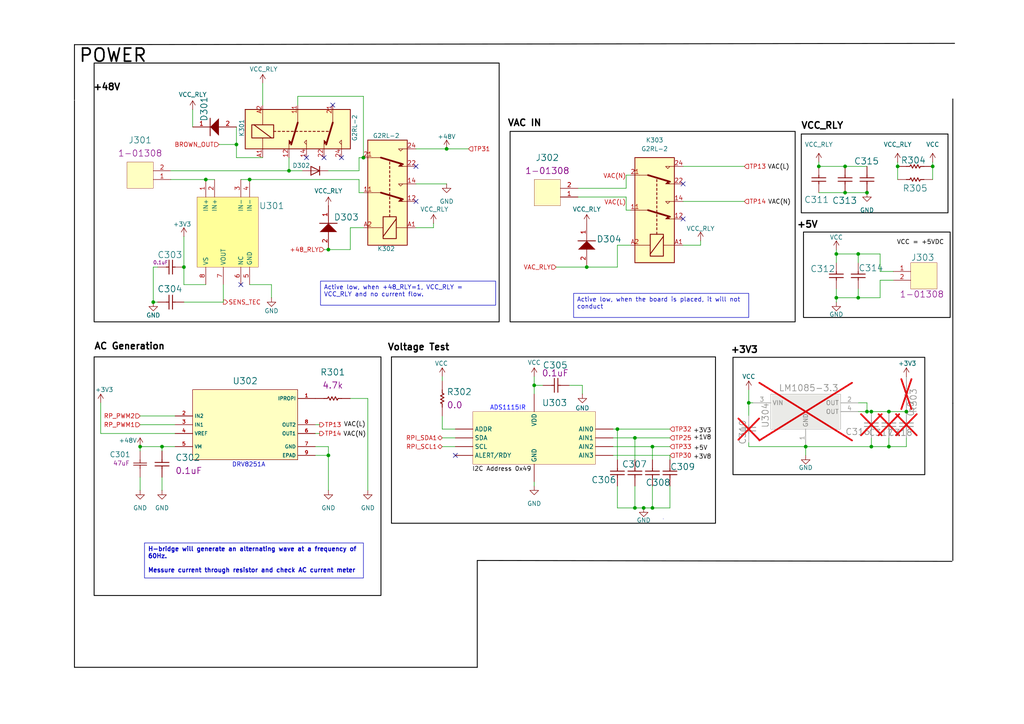
<source format=kicad_sch>
(kicad_sch (version 20250114) (generator "eeschema") (generator_version "9.0")
  (paper "A4")
  (title_block (title "EM3 Fixture") (date "2025-08-14") (rev "V0.1") (company "Exact Technology") (comment 2 "Reviewed By :") (comment 3 "Approved By : ") (comment 4 "Designed By : Filip Birger"))
  (rectangle (start 232.41 38.862) (end 274.955 61.722) (stroke (width 0.254) (color 0 0 0 1)))
  (rectangle (start 233.045 67.31) (end 275.59 92.075) (stroke (width 0.254) (color 0 0 0 1)))
  (rectangle (start 147.955 38.1) (end 230.632 93.345) (stroke (width 0.254) (color 0 0 0 1)))
  (rectangle (start 192.405 150.495) (end 192.405 150.495))
  (rectangle (start 27.305 18.288) (end 144.78 93.345) (stroke (width 0.254) (color 0 0 0 1)))
  (rectangle (start 113.538 103.505) (end 207.518 151.765) (stroke (width 0.254) (color 0 0 0 1)))
  (rectangle (start 212.598 103.632) (end 268.224 137.668) (stroke (width 0.254) (color 0 0 0 1)))
  (rectangle (start 27.305 103.505) (end 110.49 172.72) (stroke (width 0.254) (color 0 0 0 1)))
  (text "VCC = +5VDC\n" (at 266.954 70.358 0) (effects (font (size 1.27 1.27) (thickness 0.1588))))
  (text "VAC IN\n" (at 152.146 35.814 0) (effects (font (size 1.905 1.905) (thickness 0.381) (bold yes))))
  (text "VAC(N)\n" (at 226.06 58.674 0) (effects (font (size 1.27 1.27) (thickness 0.1588))))
  (text "AC Generation\n" (at 37.592 100.584 0) (effects (font (size 1.905 1.905) (thickness 0.381) (bold yes))))
  (text " +1V8 " (at 203.708 127 0) (effects (font (size 1.27 1.27))))
  (text "VCC_RLY" (at 238.506 36.576 0) (effects (font (size 1.905 1.905) (thickness 0.381) (bold yes))))
  (text "Voltage Test\n" (at 121.412 100.838 0) (effects (font (size 1.905 1.905) (thickness 0.381) (bold yes))))
  (text "VAC(N)\n" (at 102.87 125.984 0) (effects (font (size 1.27 1.27) (thickness 0.1588))))
  (text "VAC(L)\n" (at 225.806 48.514 0) (effects (font (size 1.27 1.27) (thickness 0.1588))))
  (text "POWER" (at 32.766 16.256 0) (effects (font (size 3.81 3.81) (thickness 0.4763))))
  (text "+5V\n" (at 203.2 130.048 0) (effects (font (size 1.27 1.27))))
  (text "+3V3" (at 215.9 101.6 0) (effects (font (size 1.905 1.905) (thickness 0.381) (bold yes))))
  (text "VAC(L)\n" (at 102.87 123.19 0) (effects (font (size 1.27 1.27) (thickness 0.1588))))
  (text "+5V" (at 234.188 65.278 0) (effects (font (size 1.905 1.905) (thickness 0.381) (bold yes))))
  (text "DRV8251A" (at 72.136 134.874 0) (effects (font (size 1.27 1.27))))
  (text "ADS1115IR" (at 147.32 118.364 0) (effects (font (size 1.27 1.27))))
  (text "+3V3\n" (at 203.708 124.968 0) (effects (font (size 1.27 1.27))))
  (text "+48V\n" (at 30.988 25.4 0) (effects (font (size 1.905 1.905) (thickness 0.381) (bold yes))))
  (text "+3V8\n" (at 203.708 132.588 0) (effects (font (size 1.27 1.27))))
  (text "I2C Address 0x49\n" (at 145.542 136.144 0) (effects (font (size 1.27 1.27))))
  (text_box "H-bridge will generate an alternating wave at a frequency of 60Hz. \n\nMessure current through resistor and check AC current meter\n\n\n\n" (at 41.91 157.48 0) (size 63.5 10.16) (margins 0.9525 0.9525 0.9525 0.9525) (effects (font (size 1.27 1.27) (thickness 0.254) (bold yes)) (justify left top)))
  (text_box "Active low, when +48_RLY=1, VCC_RLY = VCC_RLY and no current flow.\n" (at 92.964 81.534 0) (size 50.8 6.985) (margins 0.9525 0.9525 0.9525 0.9525) (effects (font (size 1.27 1.27)) (justify left top)))
  (text_box "Active low, when the board is placed, it will not conduct \n" (at 166.37 85.09 0) (size 50.8 6.985) (margins 0.9525 0.9525 0.9525 0.9525) (effects (font (size 1.27 1.27)) (justify left top)))
  (junction (at 46.99 129.54))
  (junction (at 189.23 129.54))
  (junction (at 262.89 119.38))
  (junction (at 129.54 43.18))
  (junction (at 217.17 116.84))
  (junction (at 68.58 41.91))
  (junction (at 242.57 73.66))
  (junction (at 105.41 45.72))
  (junction (at 237.49 48.26))
  (junction (at 59.69 52.07))
  (junction (at 83.82 49.53))
  (junction (at 260.35 48.26))
  (junction (at 233.68 129.54))
  (junction (at 154.94 111.76))
  (junction (at 252.73 119.38))
  (junction (at 72.39 52.07))
  (junction (at 40.64 129.54))
  (junction (at 245.11 55.88))
  (junction (at 251.46 55.88))
  (junction (at 245.11 48.26))
  (junction (at 95.25 132.08))
  (junction (at 248.92 86.36))
  (junction (at 184.15 127))
  (junction (at 252.73 129.54))
  (junction (at 44.45 87.63))
  (junction (at 248.92 73.66))
  (junction (at 257.81 129.54))
  (junction (at 95.25 72.39))
  (junction (at 270.51 48.26))
  (junction (at 170.18 77.47))
  (junction (at 189.23 147.32))
  (junction (at 251.46 119.38))
  (junction (at 53.34 77.47))
  (junction (at 179.07 124.46))
  (junction (at 242.57 86.36))
  (junction (at 186.69 147.32))
  (junction (at 184.15 147.32))
  (junction (at 257.81 119.38))
  (no_connect (at 120.65 48.26))
  (no_connect (at 93.98 45.72))
  (no_connect (at 132.08 132.08))
  (no_connect (at 96.52 30.48))
  (no_connect (at 120.65 58.42))
  (no_connect (at 99.06 45.72))
  (no_connect (at 88.9 45.72))
  (no_connect (at 69.85 82.55))
  (no_connect (at 198.12 63.5))
  (no_connect (at 198.12 53.34))
  (wire (pts (xy 255.27 81.28) (xy 259.08 81.28)))
  (wire (pts (xy 189.23 129.54) (xy 194.31 129.54)))
  (wire (pts (xy 128.27 127) (xy 132.08 127)))
  (wire (pts (xy 83.82 49.53) (xy 87.63 49.53)))
  (polyline (pts (xy 138.43 162.56) (xy 276.098 162.814)) (stroke (width 0.254) (color 0 0 0 1)))
  (wire (pts (xy 72.39 52.07) (xy 104.14 52.07)))
  (wire (pts (xy 179.07 147.32) (xy 179.07 140.97)))
  (wire (pts (xy 106.68 115.57) (xy 106.68 142.24)))
  (wire (pts (xy 179.07 147.32) (xy 184.15 147.32)))
  (wire (pts (xy 251.46 119.38) (xy 252.73 119.38)))
  (wire (pts (xy 76.2 24.13) (xy 76.2 30.48)))
  (wire (pts (xy 252.73 129.54) (xy 252.73 127)))
  (polyline (pts (xy 21.59 29.21) (xy 21.59 193.548)) (stroke (width 0.254) (color 0 0 0 1)))
  (wire (pts (xy 251.46 55.88) (xy 245.11 55.88)))
  (wire (pts (xy 63.5 41.91) (xy 68.58 41.91)))
  (wire (pts (xy 83.82 45.72) (xy 83.82 49.53)))
  (wire (pts (xy 154.94 139.7) (xy 154.94 140.97)))
  (wire (pts (xy 49.53 49.53) (xy 83.82 49.53)))
  (wire (pts (xy 198.12 71.12) (xy 203.2 71.12)))
  (wire (pts (xy 179.07 124.46) (xy 194.31 124.46)))
  (wire (pts (xy 217.17 129.54) (xy 233.68 129.54)))
  (polyline (pts (xy 21.59 12.954) (xy 276.86 12.573)) (stroke (width 0.254) (color 0 0 0 1)))
  (wire (pts (xy 248.92 119.38) (xy 251.46 119.38)))
  (wire (pts (xy 128.27 109.22) (xy 128.27 110.49)))
  (wire (pts (xy 255.27 73.66) (xy 255.27 78.74)))
  (wire (pts (xy 179.07 77.47) (xy 179.07 71.12)))
  (wire (pts (xy 40.64 120.65) (xy 50.8 120.65)))
  (wire (pts (xy 194.31 147.32) (xy 189.23 147.32)))
  (wire (pts (xy 86.36 27.94) (xy 105.41 27.94)))
  (wire (pts (xy 233.68 129.54) (xy 233.68 132.08)))
  (wire (pts (xy 29.21 125.73) (xy 50.8 125.73)))
  (wire (pts (xy 186.69 147.32) (xy 189.23 147.32)))
  (wire (pts (xy 184.15 127) (xy 184.15 133.35)))
  (wire (pts (xy 189.23 129.54) (xy 189.23 133.35)))
  (wire (pts (xy 262.89 129.54) (xy 262.89 127)))
  (wire (pts (xy 248.92 86.36) (xy 255.27 86.36)))
  (wire (pts (xy 217.17 113.03) (xy 217.17 116.84)))
  (polyline (pts (xy 21.59 193.548) (xy 138.43 193.548)) (stroke (width 0.254) (color 0 0 0 1)))
  (wire (pts (xy 40.64 123.19) (xy 50.8 123.19)))
  (wire (pts (xy 248.92 86.36) (xy 242.57 86.36)))
  (polyline (pts (xy 21.59 12.954) (xy 21.59 28.956)) (stroke (width 0.254) (color 0 0 0 1)))
  (wire (pts (xy 45.72 87.63) (xy 44.45 87.63)))
  (wire (pts (xy 255.27 86.36) (xy 255.27 81.28)))
  (wire (pts (xy 184.15 127) (xy 194.31 127)))
  (wire (pts (xy 72.39 82.55) (xy 78.74 82.55)))
  (wire (pts (xy 101.6 115.57) (xy 106.68 115.57)))
  (wire (pts (xy 233.68 129.54) (xy 252.73 129.54)))
  (wire (pts (xy 69.85 52.07) (xy 72.39 52.07)))
  (wire (pts (xy 168.91 111.76) (xy 168.91 114.3)))
  (wire (pts (xy 184.15 140.97) (xy 184.15 147.32)))
  (wire (pts (xy 270.51 46.99) (xy 270.51 48.26)))
  (wire (pts (xy 194.31 147.32) (xy 194.31 140.97)))
  (wire (pts (xy 46.99 129.54) (xy 46.99 130.81)))
  (wire (pts (xy 95.25 129.54) (xy 95.25 132.08)))
  (wire (pts (xy 46.99 138.43) (xy 46.99 142.24)))
  (wire (pts (xy 46.99 129.54) (xy 50.8 129.54)))
  (wire (pts (xy 165.1 111.76) (xy 168.91 111.76)))
  (wire (pts (xy 101.6 66.04) (xy 105.41 66.04)))
  (wire (pts (xy 125.73 64.77) (xy 125.73 66.04)))
  (wire (pts (xy 248.92 83.82) (xy 248.92 86.36)))
  (wire (pts (xy 179.07 71.12) (xy 182.88 71.12)))
  (wire (pts (xy 270.51 48.26) (xy 270.51 52.07)))
  (wire (pts (xy 64.77 82.55) (xy 64.77 87.63)))
  (wire (pts (xy 181.61 57.15) (xy 181.61 60.96)))
  (wire (pts (xy 86.36 27.94) (xy 86.36 30.48)))
  (wire (pts (xy 251.46 119.38) (xy 251.46 116.84)))
  (wire (pts (xy 154.94 109.22) (xy 154.94 111.76)))
  (wire (pts (xy 154.94 111.76) (xy 157.48 111.76)))
  (wire (pts (xy 91.44 132.08) (xy 95.25 132.08)))
  (wire (pts (xy 161.29 77.47) (xy 170.18 77.47)))
  (wire (pts (xy 251.46 116.84) (xy 248.92 116.84)))
  (wire (pts (xy 181.61 60.96) (xy 182.88 60.96)))
  (wire (pts (xy 198.12 48.26) (xy 215.9 48.26)))
  (wire (pts (xy 177.8 127) (xy 184.15 127)))
  (wire (pts (xy 194.31 132.08) (xy 194.31 133.35)))
  (wire (pts (xy 78.74 82.55) (xy 78.74 86.36)))
  (wire (pts (xy 128.27 129.54) (xy 132.08 129.54)))
  (wire (pts (xy 68.58 45.72) (xy 68.58 41.91)))
  (wire (pts (xy 104.14 45.72) (xy 104.14 49.53)))
  (wire (pts (xy 242.57 87.63) (xy 242.57 86.36)))
  (wire (pts (xy 53.34 68.58) (xy 53.34 77.47)))
  (wire (pts (xy 91.44 125.73) (xy 92.71 125.73)))
  (wire (pts (xy 128.27 124.46) (xy 132.08 124.46)))
  (wire (pts (xy 44.45 77.47) (xy 45.72 77.47)))
  (wire (pts (xy 91.44 129.54) (xy 95.25 129.54)))
  (wire (pts (xy 248.92 73.66) (xy 255.27 73.66)))
  (wire (pts (xy 40.64 129.54) (xy 40.64 130.81)))
  (wire (pts (xy 237.49 48.26) (xy 245.11 48.26)))
  (wire (pts (xy 177.8 132.08) (xy 194.31 132.08)))
  (wire (pts (xy 257.81 129.54) (xy 252.73 129.54)))
  (wire (pts (xy 40.64 138.43) (xy 40.64 142.24)))
  (wire (pts (xy 242.57 73.66) (xy 248.92 73.66)))
  (wire (pts (xy 95.25 72.39) (xy 101.6 72.39)))
  (wire (pts (xy 257.81 119.38) (xy 262.89 119.38)))
  (wire (pts (xy 217.17 128.27) (xy 217.17 129.54)))
  (wire (pts (xy 181.61 50.8) (xy 181.61 54.61)))
  (wire (pts (xy 182.88 50.8) (xy 181.61 50.8)))
  (wire (pts (xy 170.18 77.47) (xy 179.07 77.47)))
  (wire (pts (xy 184.15 147.32) (xy 186.69 147.32)))
  (wire (pts (xy 179.07 124.46) (xy 179.07 133.35)))
  (wire (pts (xy 104.14 52.07) (xy 104.14 55.88)))
  (wire (pts (xy 49.53 52.07) (xy 59.69 52.07)))
  (wire (pts (xy 198.12 58.42) (xy 215.9 58.42)))
  (wire (pts (xy 105.41 45.72) (xy 104.14 45.72)))
  (wire (pts (xy 181.61 54.61) (xy 167.64 54.61)))
  (wire (pts (xy 64.77 87.63) (xy 53.34 87.63)))
  (wire (pts (xy 245.11 55.88) (xy 237.49 55.88)))
  (polyline (pts (xy 276.352 116.967) (xy 276.352 162.56)) (stroke (width 0.254) (color 0 0 0 1)))
  (polyline (pts (xy 138.43 193.548) (xy 138.43 162.56)) (stroke (width 0.254) (color 0 0 0 1)))
  (wire (pts (xy 68.58 36.83) (xy 68.58 41.91)))
  (wire (pts (xy 93.98 72.39) (xy 95.25 72.39)))
  (wire (pts (xy 237.49 46.99) (xy 237.49 48.26)))
  (wire (pts (xy 53.34 82.55) (xy 59.69 82.55)))
  (wire (pts (xy 217.17 116.84) (xy 218.44 116.84)))
  (wire (pts (xy 177.8 129.54) (xy 189.23 129.54)))
  (wire (pts (xy 91.44 123.19) (xy 92.71 123.19)))
  (wire (pts (xy 181.61 57.15) (xy 167.64 57.15)))
  (wire (pts (xy 248.92 76.2) (xy 248.92 73.66)))
  (wire (pts (xy 104.14 55.88) (xy 105.41 55.88)))
  (wire (pts (xy 59.69 52.07) (xy 62.23 52.07)))
  (wire (pts (xy 120.65 66.04) (xy 125.73 66.04)))
  (wire (pts (xy 257.81 129.54) (xy 257.81 127)))
  (wire (pts (xy 120.65 53.34) (xy 129.54 53.34)))
  (wire (pts (xy 29.21 116.84) (xy 29.21 125.73)))
  (wire (pts (xy 217.17 116.84) (xy 217.17 120.65)))
  (wire (pts (xy 242.57 72.39) (xy 242.57 73.66)))
  (wire (pts (xy 101.6 72.39) (xy 101.6 66.04)))
  (wire (pts (xy 53.34 77.47) (xy 53.34 82.55)))
  (wire (pts (xy 120.65 43.18) (xy 129.54 43.18)))
  (wire (pts (xy 242.57 83.82) (xy 242.57 86.36)))
  (wire (pts (xy 40.64 129.54) (xy 46.99 129.54)))
  (wire (pts (xy 128.27 120.65) (xy 128.27 124.46)))
  (wire (pts (xy 154.94 114.3) (xy 154.94 111.76)))
  (wire (pts (xy 260.35 46.99) (xy 260.35 48.26)))
  (wire (pts (xy 55.88 31.75) (xy 55.88 36.83)))
  (wire (pts (xy 95.25 49.53) (xy 104.14 49.53)))
  (wire (pts (xy 260.35 48.26) (xy 260.35 52.07)))
  (wire (pts (xy 95.25 132.08) (xy 95.25 142.24)))
  (wire (pts (xy 262.89 129.54) (xy 257.81 129.54)))
  (wire (pts (xy 242.57 73.66) (xy 242.57 76.2)))
  (wire (pts (xy 203.2 69.85) (xy 203.2 71.12)))
  (wire (pts (xy 189.23 147.32) (xy 189.23 140.97)))
  (wire (pts (xy 177.8 124.46) (xy 179.07 124.46)))
  (wire (pts (xy 255.27 78.74) (xy 259.08 78.74)))
  (wire (pts (xy 68.58 45.72) (xy 76.2 45.72)))
  (wire (pts (xy 245.11 48.26) (xy 251.46 48.26)))
  (wire (pts (xy 129.54 43.18) (xy 135.89 43.18)))
  (wire (pts (xy 252.73 119.38) (xy 257.81 119.38)))
  (polyline (pts (xy 276.352 116.967) (xy 276.352 28.702)) (stroke (width 0.254) (color 0 0 0 1)))
  (wire (pts (xy 44.45 77.47) (xy 44.45 87.63)))
  (wire (pts (xy 105.41 27.94) (xy 105.41 45.72)))
  (label "VAC(N)" (at 181.61 52.07 180))
  (label "VAC(L)" (at 181.61 59.69 180))
  (hierarchical_label "RPI_SCL1" (shape bidirectional) (at 128.27 129.54 180))
  (hierarchical_label "TP33" (shape input) (at 194.31 129.54 0))
  (hierarchical_label "TP14" (shape output) (at 92.71 125.73 0) (effects (font (thickness 0.1588))))
  (hierarchical_label "+48_RLY" (shape input) (at 93.98 72.39 180))
  (hierarchical_label "VAC_RLY" (shape input) (at 161.29 77.47 180))
  (hierarchical_label "TP13" (shape output) (at 92.71 123.19 0) (effects (font (thickness 0.1588))))
  (hierarchical_label "RP_PWM1" (shape input) (at 40.64 123.19 180) (effects (font (thickness 0.1588))))
  (hierarchical_label "TP30" (shape input) (at 194.31 132.08 0))
  (hierarchical_label "SENS_TEC" (shape output) (at 64.77 87.63 0))
  (hierarchical_label "RPI_SDA1" (shape bidirectional) (at 128.27 127 180))
  (hierarchical_label "TP32" (shape input) (at 194.31 124.46 0))
  (hierarchical_label "TP31" (shape input) (at 135.89 43.18 0))
  (hierarchical_label "TP25" (shape input) (at 194.31 127 0))
  (hierarchical_label "BROWN_OUT" (shape input) (at 63.5 41.91 180))
  (hierarchical_label "RP_PWM2" (shape input) (at 40.64 120.65 180) (effects (font (thickness 0.1588))))
  (hierarchical_label "TP13" (shape input) (at 215.9 48.26 0))
  (hierarchical_label "TP14" (shape input) (at 215.9 58.42 0))
  (symbol (lib_id "EXACT_RES:1-00015") (at 265.43 52.07 0) (unit 1)
    (property "Reference" "R305" (at 265.43 54.61 0) (effects (font (size 1.8288 1.8288))))
    (property "Value" "${VALUE}" (effects (hide yes)))
    (property "Footprint" "RES:RES_0603" (effects (hide yes)))
    (property "Description" "RES 0 OHM JUMPER 1/10W 0603" (effects (hide yes)))
    (property "Vendor" "Digi-Key" (effects (hide yes)))
    (property "Vendor Part Number" "311-0.0HRCT-ND" (effects (hide yes)))
    (property "Manufacturer" "Yageo" (effects (hide yes)))
    (property "Manufacturer Part Number" "RC0603FR-070RL" (effects (hide yes)))
    (property "ALTIUM_VALUE" "0.0" (effects (hide yes)))
    (property "Tolerance" "1%" (effects (hide yes)))
    (property "EXACT Part Number" "1-00015" (effects (hide yes)))
    (property "Package" "0603" (effects (hide yes)))
  )
  (symbol (lib_id "EXACT_CAP:1-00004") (at 189.23 137.16 90) (unit 1)
    (property "Reference" "C308" (at 187.198 139.954 90) (effects (font (size 1.8288 1.8288)) (justify right)))
    (property "Value" "${VALUE}" (effects (hide yes)))
    (property "Footprint" "CAP:CAP_0603" (effects (hide yes)))
    (property "Description" "CAP CER 0.1UF 50V X7R 0603" (effects (hide yes)))
    (property "Vendor" "Digi-Key" (effects (hide yes)))
    (property "Vendor Part Number" "478-5778-1-ND" (effects (hide yes)))
    (property "Manufacturer" "AVX Corporation" (effects (hide yes)))
    (property "Manufacturer Part Number" "06035C104JAT2A" (effects (hide yes)))
    (property "ALTIUM_VALUE" "0.1uF" (effects (hide yes)))
    (property "EXACT Part Number" "1-00004" (effects (hide yes)))
    (property "Package" "0603" (effects (hide yes)))
    (property "Voltage" "50V" (effects (hide yes)))
    (property "Dielectric" "X7R" (effects (hide yes)))
  )
  (symbol (lib_id "power:VCC") (at 217.17 113.03 0) (unit 1)
    (property "Reference" "#PWR0324" (effects (hide yes)))
    (property "Value" "VCC" (at 217.17 109.22 0))
    (property "Description" "Power symbol creates a global label with name \"VCC\"" (effects (hide yes)))
  )
  (symbol (lib_id "EXACT_RES:1-00015") (at 262.89 114.3 90) (unit 1) (dnp yes)
    (property "Reference" "R303" (at 264.922 112.522 0) (effects (font (size 1.8288 1.8288)) (justify right)))
    (property "Value" "${VALUE}" (effects (hide yes)))
    (property "Footprint" "RES:RES_0603" (effects (hide yes)))
    (property "Description" "RES 0 OHM JUMPER 1/10W 0603" (effects (hide yes)))
    (property "Vendor" "Digi-Key" (effects (hide yes)))
    (property "Vendor Part Number" "311-0.0HRCT-ND" (effects (hide yes)))
    (property "Manufacturer" "Yageo" (effects (hide yes)))
    (property "Manufacturer Part Number" "RC0603FR-070RL" (effects (hide yes)))
    (property "ALTIUM_VALUE" "0.0" (at 264.16 116.2049 0) (effects (font (size 1.8288 1.8288)) (justify right)))
    (property "Tolerance" "1%" (effects (hide yes)))
    (property "EXACT Part Number" "1-00015" (effects (hide yes)))
    (property "Package" "0603" (effects (hide yes)))
  )
  (symbol (lib_id "EXACT_CAP:1-01217") (at 245.11 52.07 90) (unit 1)
    (property "Reference" "C313" (at 241.3 58.166 90) (effects (font (size 1.8288 1.8288)) (justify right)))
    (property "Value" "${VALUE}" (effects (hide yes)))
    (property "Footprint" "CAP:CAP_0603" (effects (hide yes)))
    (property "Description" "CAP CER 2.2UF 10V X7R 0603" (effects (hide yes)))
    (property "Vendor" "Digi-Key" (effects (hide yes)))
    (property "Vendor Part Number" "1276-1134-1-ND" (effects (hide yes)))
    (property "Manufacturer" "Samsung Electro-Mechanics" (effects (hide yes)))
    (property "Manufacturer Part Number" "CL10B225KP8NNNC" (effects (hide yes)))
    (property "ALTIUM_VALUE" "2.2uF" (effects (hide yes)))
    (property "EXACT Part Number" "1-01217" (effects (hide yes)))
    (property "Package" "0603" (effects (hide yes)))
    (property "Voltage" "10V" (effects (hide yes)))
    (property "Dielectric" "X7R" (effects (hide yes)))
  )
  (symbol (lib_id "EXACT_CAP:1-00005") (at 217.17 124.46 270) (unit 1) (dnp yes)
    (property "Reference" "C310" (at 215.392 129.032 0) (effects (font (size 1.8288 1.8288)) (justify right)))
    (property "Value" "${VALUE}" (effects (hide yes)))
    (property "Footprint" "CAP:CAP_1206" (effects (hide yes)))
    (property "Description" "CAP CER 10UF 25V X5R 1206" (effects (hide yes)))
    (property "Vendor" "Digi-Key" (effects (hide yes)))
    (property "Vendor Part Number" "1276-1075-1-ND" (effects (hide yes)))
    (property "Manufacturer" "Samsung Electro-Mechanics" (effects (hide yes)))
    (property "Manufacturer Part Number" "CL31A106KAHNNNE" (effects (hide yes)))
    (property "ALTIUM_VALUE" "10uF" (effects (hide yes)))
    (property "EXACT Part Number" "1-00005" (effects (hide yes)))
    (property "Package" "1206" (effects (hide yes)))
    (property "Voltage" "25V" (effects (hide yes)))
    (property "Dielectric" "X5R" (effects (hide yes)))
  )
  (symbol (lib_id "EXACT_CAP:1-00029") (at 262.89 123.19 90) (unit 1) (dnp yes)
    (property "Reference" "C318" (at 261.112 125.476 90) (effects (font (size 1.8288 1.8288))))
    (property "Value" "${VALUE}" (effects (hide yes)))
    (property "Footprint" "CAP:CAP_1206" (effects (hide yes)))
    (property "Description" "CAP CER 100UF 6.3V X5R 1206" (effects (hide yes)))
    (property "Vendor" "Digi-Key" (effects (hide yes)))
    (property "Vendor Part Number" "490-4539-1-ND" (effects (hide yes)))
    (property "Manufacturer" "Murata Electronics North America" (effects (hide yes)))
    (property "Manufacturer Part Number" "GRM31CR60J107ME39L" (effects (hide yes)))
    (property "ALTIUM_VALUE" "100uF" (effects (hide yes)))
    (property "EXACT Part Number" "1-00029" (effects (hide yes)))
    (property "Package" "1206" (effects (hide yes)))
    (property "Voltage" "6.3V" (effects (hide yes)))
    (property "Dielectric" "X5R" (effects (hide yes)))
  )
  (symbol (lib_id "power:GND") (at 95.25 142.24 0) (unit 1)
    (property "Reference" "#PWR0311" (effects (hide yes)))
    (property "Value" "GND" (at 95.25 147.32 0))
    (property "Description" "Power symbol creates a global label with name \"GND\" , ground" (effects (hide yes)))
  )
  (symbol (lib_id "power:VCC") (at 242.57 72.39 0) (unit 1)
    (property "Reference" "#PWR0327" (effects (hide yes)))
    (property "Value" "VCC" (at 242.57 68.834 0))
    (property "Description" "Power symbol creates a global label with name \"VCC\"" (effects (hide yes)))
  )
  (symbol (lib_id "power:+1V0") (at 125.73 64.77 0) (mirror y) (unit 1)
    (property "Reference" "#PWR0313" (effects (hide yes)))
    (property "Value" "VCC_RLY" (at 125.984 60.706 0))
    (property "Description" "Power symbol creates a global label with name \"+1V0\"" (effects (hide yes)))
  )
  (symbol (lib_id "EXACT_DIO:1-00527") (at 170.18 69.85 270) (mirror x) (unit 1)
    (property "Reference" "D304" (at 172.974 69.342 90) (effects (font (size 1.8288 1.8288)) (justify left)))
    (property "Value" "${VALUE}" (effects (hide yes)))
    (property "Footprint" "DIO:SOD323" (effects (hide yes)))
    (property "Description" "DIODE GEN PURP 75V 150MA SOD323" (effects (hide yes)))
    (property "Manufacturer" "Micro Commercial Co" (effects (hide yes)))
    (property "Manufacturer Part Number" "1N4148WX-TP" (effects (hide yes)))
    (property "Vendor" "Digi-Key" (effects (hide yes)))
    (property "Vendor Part Number" "1N4148WX-TP" (effects (hide yes)))
    (property "Package" "SOD323" (effects (hide yes)))
    (property "ALTIUM_VALUE" "1N4148WX-TP" (effects (hide yes)))
    (property "Current" "150mA" (effects (hide yes)))
    (property "EXACT Part Number" "1-00527" (effects (hide yes)))
    (property "Voltage" "75V" (effects (hide yes)))
  )
  (symbol (lib_id "power:+1V0") (at 203.2 69.85 0) (mirror y) (unit 1)
    (property "Reference" "#PWR0322" (effects (hide yes)))
    (property "Value" "VCC_RLY" (at 203.2 66.294 0))
    (property "Description" "Power symbol creates a global label with name \"+1V0\"" (effects (hide yes)))
  )
  (symbol (lib_id "EXACT_CAP:1-00004") (at 237.49 52.07 270) (unit 1)
    (property "Reference" "C311" (at 233.172 57.912 90) (effects (font (size 1.8288 1.8288)) (justify left)))
    (property "Value" "${VALUE}" (effects (hide yes)))
    (property "Footprint" "CAP:CAP_0603" (effects (hide yes)))
    (property "Description" "CAP CER 0.1UF 50V X7R 0603" (effects (hide yes)))
    (property "Vendor" "Digi-Key" (effects (hide yes)))
    (property "Vendor Part Number" "478-5778-1-ND" (effects (hide yes)))
    (property "Manufacturer" "AVX Corporation" (effects (hide yes)))
    (property "Manufacturer Part Number" "06035C104JAT2A" (effects (hide yes)))
    (property "ALTIUM_VALUE" "0.1uF" (effects (hide yes)))
    (property "EXACT Part Number" "1-00004" (effects (hide yes)))
    (property "Package" "0603" (effects (hide yes)))
    (property "Voltage" "50V" (effects (hide yes)))
    (property "Dielectric" "X7R" (effects (hide yes)))
  )
  (symbol (lib_id "power:+48V") (at 129.54 43.18 0) (unit 1)
    (property "Reference" "#PWR0315" (effects (hide yes)))
    (property "Value" "+48V" (at 129.54 39.624 0))
    (property "Description" "Power symbol creates a global label with name \"+48V\"" (effects (hide yes)))
  )
  (symbol (lib_id "power:VCC") (at 154.94 109.22 0) (unit 1)
    (property "Reference" "#PWR0317" (effects (hide yes)))
    (property "Value" "VCC" (at 154.94 105.156 0))
    (property "Description" "Power symbol creates a global label with name \"VCC\"" (effects (hide yes)))
  )
  (symbol (lib_id "EXACT_RES:1-00543") (at 96.52 115.57 0) (unit 1)
    (property "Reference" "R301" (at 96.52 107.95 0) (effects (font (size 1.8288 1.8288))))
    (property "Value" "${VALUE}" (effects (hide yes)))
    (property "Footprint" "RES:RES_0603" (effects (hide yes)))
    (property "Description" "RES 4.7K OHM 1% 1/10W 0603" (effects (hide yes)))
    (property "Vendor" "Digi-Key" (effects (hide yes)))
    (property "Vendor Part Number" "311-4.70KHRCT-ND" (effects (hide yes)))
    (property "Manufacturer" "Yageo" (effects (hide yes)))
    (property "Manufacturer Part Number" "RC0603FR-074K7L" (effects (hide yes)))
    (property "ALTIUM_VALUE" "4.7k" (at 96.52 111.76 0) (effects (font (size 1.8288 1.8288))))
    (property "Tolerance" "1%" (effects (hide yes)))
    (property "EXACT Part Number" "1-00543" (effects (hide yes)))
    (property "Package" "0603" (effects (hide yes)))
  )
  (symbol (lib_id "power:GND") (at 233.68 132.08 0) (unit 1)
    (property "Reference" "#PWR0325" (effects (hide yes)))
    (property "Value" "GND" (at 233.68 135.636 0))
    (property "Description" "Power symbol creates a global label with name \"GND\" , ground" (effects (hide yes)))
  )
  (symbol (lib_id "EXACT_CAP:1-00005") (at 248.92 80.01 90) (unit 1)
    (property "Reference" "C314" (at 248.92 77.724 90) (effects (font (size 1.8288 1.8288)) (justify right)))
    (property "Value" "${VALUE}" (effects (hide yes)))
    (property "Footprint" "CAP:CAP_1206" (effects (hide yes)))
    (property "Description" "CAP CER 10UF 25V X5R 1206" (effects (hide yes)))
    (property "Vendor" "Digi-Key" (effects (hide yes)))
    (property "Vendor Part Number" "1276-1075-1-ND" (effects (hide yes)))
    (property "Manufacturer" "Samsung Electro-Mechanics" (effects (hide yes)))
    (property "Manufacturer Part Number" "CL31A106KAHNNNE" (effects (hide yes)))
    (property "ALTIUM_VALUE" "10uF" (effects (hide yes)))
    (property "EXACT Part Number" "1-00005" (effects (hide yes)))
    (property "Package" "1206" (effects (hide yes)))
    (property "Voltage" "25V" (effects (hide yes)))
    (property "Dielectric" "X5R" (effects (hide yes)))
  )
  (symbol (lib_id "power:GND") (at 251.46 55.88 0) (unit 1)
    (property "Reference" "#PWR0329" (effects (hide yes)))
    (property "Value" "GND" (at 251.46 60.96 0))
    (property "Description" "Power symbol creates a global label with name \"GND\" , ground" (effects (hide yes)))
  )
  (symbol (lib_id "EXACT_CAP:1-00004") (at 161.29 111.76 0) (unit 1)
    (property "Reference" "C305" (at 161.036 105.918 0) (effects (font (size 1.8288 1.8288))))
    (property "Value" "${VALUE}" (effects (hide yes)))
    (property "Footprint" "CAP:CAP_0603" (effects (hide yes)))
    (property "Description" "CAP CER 0.1UF 50V X7R 0603" (effects (hide yes)))
    (property "Vendor" "Digi-Key" (effects (hide yes)))
    (property "Vendor Part Number" "478-5778-1-ND" (effects (hide yes)))
    (property "Manufacturer" "AVX Corporation" (effects (hide yes)))
    (property "Manufacturer Part Number" "06035C104JAT2A" (effects (hide yes)))
    (property "ALTIUM_VALUE" "0.1uF" (at 161.036 108.204 0) (effects (font (size 1.8288 1.8288))))
    (property "EXACT Part Number" "1-00004" (effects (hide yes)))
    (property "Package" "0603" (effects (hide yes)))
    (property "Voltage" "50V" (effects (hide yes)))
    (property "Dielectric" "X7R" (effects (hide yes)))
  )
  (symbol (lib_id "EXACT_DIO:1-00527") (at 60.96 36.83 0) (mirror y) (unit 1)
    (property "Reference" "D301" (at 59.182 35.306 90) (effects (font (size 1.8288 1.8288)) (justify left)))
    (property "Value" "${VALUE}" (effects (hide yes)))
    (property "Footprint" "DIO:SOD323" (effects (hide yes)))
    (property "Description" "DIODE GEN PURP 75V 150MA SOD323" (effects (hide yes)))
    (property "Manufacturer" "Micro Commercial Co" (effects (hide yes)))
    (property "Manufacturer Part Number" "1N4148WX-TP" (effects (hide yes)))
    (property "Vendor" "Digi-Key" (effects (hide yes)))
    (property "Vendor Part Number" "1N4148WX-TP" (effects (hide yes)))
    (property "Package" "SOD323" (effects (hide yes)))
    (property "ALTIUM_VALUE" "1N4148WX-TP" (effects (hide yes)))
    (property "Current" "150mA" (effects (hide yes)))
    (property "EXACT Part Number" "1-00527" (effects (hide yes)))
    (property "Voltage" "75V" (effects (hide yes)))
  )
  (symbol (lib_id "EXACT_CONN:1-01308") (at 44.45 52.07 180) (unit 1)
    (property "Reference" "J301" (at 40.64 40.64 0) (effects (font (size 1.8288 1.8288))))
    (property "Value" "DME-03" (effects (hide yes)))
    (property "Footprint" "CONN:B02P-VL" (effects (hide yes)))
    (property "Description" "CONN HEADER VERT 2POS 6.2MM" (effects (hide yes)))
    (property "ALTIUM_VALUE" "*" (effects (hide yes)))
    (property "EXACT Part Number" "1-01308" (at 40.64 44.45 0) (effects (font (size 1.8288 1.8288))))
    (property "Manufacturer" "JST Sales America Inc." (effects (hide yes)))
    (property "Manufacturer Part Number" "B02P-VL" (effects (hide yes)))
    (property "Package" "*" (effects (hide yes)))
    (property "Vendor" "Digi-key" (effects (hide yes)))
    (property "Vendor Part Number" "455-2361-ND" (effects (hide yes)))
  )
  (symbol (lib_id "power:VCC") (at 270.51 46.99 0) (unit 1)
    (property "Reference" "#PWR0332" (effects (hide yes)))
    (property "Value" "VCC" (at 270.51 41.91 0))
    (property "Description" "Power symbol creates a global label with name \"VCC\"" (effects (hide yes)))
  )
  (symbol (lib_id "power:+48V") (at 40.64 129.54 0) (unit 1)
    (property "Reference" "#PWR0302" (effects (hide yes)))
    (property "Value" "+48V" (at 37.084 127.762 0))
    (property "Description" "Power symbol creates a global label with name \"+48V\"" (effects (hide yes)))
  )
  (symbol (lib_id "power:GND") (at 46.99 142.24 0) (unit 1)
    (property "Reference" "#PWR0305" (effects (hide yes)))
    (property "Value" "GND" (at 46.99 147.32 0))
    (property "Description" "Power symbol creates a global label with name \"GND\" , ground" (effects (hide yes)))
  )
  (symbol (lib_id "Relay:G2RL-2") (at 185.42 55.88 0) (mirror x) (unit 1)
    (property "Reference" "K303" (at 189.865 40.64 0))
    (property "Value" "G2RL-2" (at 189.865 43.18 0))
    (property "Footprint" "Relay_THT:Relay_DPDT_Omron_G2RL-2" (effects (hide yes)))
    (property "Datasheet" "https://omronfs.omron.com/en_US/ecb/products/pdf/en-g2rl.pdf" (effects (hide yes)))
    (property "Description" "General Purpose Low Profile Relay DPDT Through Hole, Omron G2RL series, 8A 250VAC" (effects (hide yes)))
  )
  (symbol (lib_id "power:VCC") (at 237.49 46.99 0) (unit 1)
    (property "Reference" "#PWR0326" (effects (hide yes)))
    (property "Value" "VCC_RLY" (at 237.49 41.91 0))
    (property "Description" "Power symbol creates a global label with name \"VCC\"" (effects (hide yes)))
  )
  (symbol (lib_id "EXACT_CONN:1-01308") (at 162.56 57.15 180) (unit 1)
    (property "Reference" "J302" (at 158.75 45.72 0) (effects (font (size 1.8288 1.8288))))
    (property "Value" "DME-03" (effects (hide yes)))
    (property "Footprint" "CONN:B02P-VL" (effects (hide yes)))
    (property "Description" "CONN HEADER VERT 2POS 6.2MM" (effects (hide yes)))
    (property "ALTIUM_VALUE" "*" (effects (hide yes)))
    (property "EXACT Part Number" "1-01308" (at 158.75 49.53 0) (effects (font (size 1.8288 1.8288))))
    (property "Manufacturer" "JST Sales America Inc." (effects (hide yes)))
    (property "Manufacturer Part Number" "B02P-VL" (effects (hide yes)))
    (property "Package" "*" (effects (hide yes)))
    (property "Vendor" "Digi-key" (effects (hide yes)))
    (property "Vendor Part Number" "455-2361-ND" (effects (hide yes)))
  )
  (symbol (lib_id "power:GND") (at 129.54 53.34 0) (unit 1)
    (property "Reference" "#PWR0316" (effects (hide yes)))
    (property "Value" "GND" (at 129.54 58.42 0))
    (property "Description" "Power symbol creates a global label with name \"GND\" , ground" (effects (hide yes)))
  )
  (symbol (lib_id "power:+3V3") (at 262.89 109.22 0) (unit 1)
    (property "Reference" "#PWR0331" (effects (hide yes)))
    (property "Value" "+3V3" (at 263.144 105.41 0))
    (property "Description" "Power symbol creates a global label with name \"+3V3\"" (effects (hide yes)))
  )
  (symbol (lib_id "EXACT_IC:1-01441") (at 59.69 52.07 90) (mirror x) (unit 1)
    (property "Reference" "U301" (at 82.55 59.69 90) (effects (font (size 1.8288 1.8288)) (justify left)))
    (property "Value" "TMCS1108" (effects (hide yes)))
    (property "Footprint" "IC:SOIC127P599X175-8N" (effects (hide yes)))
    (property "Description" "SENSOR CURRENT HALL 5.6A 8SOIC" (effects (hide yes)))
    (property "Manufacturer Part Number" "TMCS1108A4BQDRQ1" (effects (hide yes)))
    (property "Manufacturer" "Texas Instruments" (effects (hide yes)))
    (property "EXACT Part Number" "1-01441" (effects (hide yes)))
    (property "Vendor" "Digikey" (effects (hide yes)))
    (property "Vendor Part Number" "296-TMCS1108A4BQDRQ1TR-ND" (effects (hide yes)))
    (property "Package" "SOIC" (effects (hide yes)))
    (property "ALTIUM_VALUE" "SENSOR CURRENT HALL 5.6A 8SOIC" (effects (hide yes)))
  )
  (symbol (lib_id "EXACT_RES:1-00015") (at 265.43 48.26 0) (unit 1)
    (property "Reference" "R304" (at 264.922 46.482 0) (effects (font (size 1.8288 1.8288))))
    (property "Value" "${VALUE}" (effects (hide yes)))
    (property "Footprint" "RES:RES_0603" (effects (hide yes)))
    (property "Description" "RES 0 OHM JUMPER 1/10W 0603" (effects (hide yes)))
    (property "Vendor" "Digi-Key" (effects (hide yes)))
    (property "Vendor Part Number" "311-0.0HRCT-ND" (effects (hide yes)))
    (property "Manufacturer" "Yageo" (effects (hide yes)))
    (property "Manufacturer Part Number" "RC0603FR-070RL" (effects (hide yes)))
    (property "ALTIUM_VALUE" "0.0" (effects (hide yes)))
    (property "Tolerance" "1%" (effects (hide yes)))
    (property "EXACT Part Number" "1-00015" (effects (hide yes)))
    (property "Package" "0603" (effects (hide yes)))
  )
  (symbol (lib_id "power:GND") (at 168.91 114.3 0) (unit 1)
    (property "Reference" "#PWR0319" (effects (hide yes)))
    (property "Value" "GND" (at 168.91 118.364 0))
    (property "Description" "Power symbol creates a global label with name \"GND\" , ground" (effects (hide yes)))
  )
  (symbol (lib_id "power:+1V0") (at 170.18 64.77 0) (mirror y) (unit 1)
    (property "Reference" "#PWR0320" (effects (hide yes)))
    (property "Value" "VCC_RLY" (at 170.18 60.706 0))
    (property "Description" "Power symbol creates a global label with name \"+1V0\"" (effects (hide yes)))
  )
  (symbol (lib_id "power:VCC") (at 260.35 46.99 0) (unit 1)
    (property "Reference" "#PWR0330" (effects (hide yes)))
    (property "Value" "VCC_RLY" (at 260.35 41.91 0))
    (property "Description" "Power symbol creates a global label with name \"VCC\"" (effects (hide yes)))
  )
  (symbol (lib_id "power:+3V3") (at 53.34 68.58 0) (mirror y) (unit 1)
    (property "Reference" "#PWR0306" (effects (hide yes)))
    (property "Value" "+3V3" (at 52.832 65.024 0))
    (property "Description" "Power symbol creates a global label with name \"+3V3\"" (effects (hide yes)))
  )
  (symbol (lib_id "EXACT_IC:1-01198") (at 218.44 121.92 0) (unit 1) (dnp yes)
    (property "Reference" "U304" (at 221.996 124.206 90) (effects (font (size 1.8288 1.8288)) (justify left)))
    (property "Value" "LM1085-3.3" (at 225.806 112.522 0) (effects (font (size 1.8288 1.8288)) (justify left)))
    (property "Footprint" "IC:TO254P1524X483-4N" (effects (hide yes)))
    (property "Description" "IC REG LIN 3.3V 3A DDPAK/TO263-3" (effects (hide yes)))
    (property "Manufacturer Part Number" "LM1085ISX-3.3/NOPB" (effects (hide yes)))
    (property "Manufacturer" "Texas Instruments" (effects (hide yes)))
    (property "EXACT Part Number" "1-01198" (effects (hide yes)))
    (property "Vendor" "Texas Instruments" (effects (hide yes)))
    (property "Vendor Part Number" "LM1085ISX-3.3/NOPB" (effects (hide yes)))
    (property "Package" "TO-263" (effects (hide yes)))
    (property "ALTIUM_VALUE" "LM1085-3.3" (effects (hide yes)))
  )
  (symbol (lib_id "power:GND") (at 186.69 147.32 0) (unit 1)
    (property "Reference" "#PWR0321" (effects (hide yes)))
    (property "Value" "GND" (at 186.69 150.876 0))
    (property "Description" "Power symbol creates a global label with name \"GND\" , ground" (effects (hide yes)))
  )
  (symbol (lib_id "EXACT_RES:1-00015") (at 128.27 115.57 90) (unit 1)
    (property "Reference" "R302" (at 129.54 113.6649 90) (effects (font (size 1.8288 1.8288)) (justify right)))
    (property "Value" "${VALUE}" (effects (hide yes)))
    (property "Footprint" "RES:RES_0603" (effects (hide yes)))
    (property "Description" "RES 0 OHM JUMPER 1/10W 0603" (effects (hide yes)))
    (property "Vendor" "Digi-Key" (effects (hide yes)))
    (property "Vendor Part Number" "311-0.0HRCT-ND" (effects (hide yes)))
    (property "Manufacturer" "Yageo" (effects (hide yes)))
    (property "Manufacturer Part Number" "RC0603FR-070RL" (effects (hide yes)))
    (property "ALTIUM_VALUE" "0.0" (at 129.54 117.4749 90) (effects (font (size 1.8288 1.8288)) (justify right)))
    (property "Tolerance" "1%" (effects (hide yes)))
    (property "EXACT Part Number" "1-00015" (effects (hide yes)))
    (property "Package" "0603" (effects (hide yes)))
  )
  (symbol (lib_id "power:+1V0") (at 55.88 31.75 0) (mirror y) (unit 1)
    (property "Reference" "#PWR0307" (effects (hide yes)))
    (property "Value" "VCC_RLY" (at 55.88 27.432 0))
    (property "Description" "Power symbol creates a global label with name \"+1V0\"" (effects (hide yes)))
  )
  (symbol (lib_id "EXACT_DIO:1-00527") (at 95.25 64.77 270) (mirror x) (unit 1)
    (property "Reference" "D303" (at 96.774 62.992 90) (effects (font (size 1.8288 1.8288)) (justify left)))
    (property "Value" "${VALUE}" (effects (hide yes)))
    (property "Footprint" "DIO:SOD323" (effects (hide yes)))
    (property "Description" "DIODE GEN PURP 75V 150MA SOD323" (effects (hide yes)))
    (property "Manufacturer" "Micro Commercial Co" (effects (hide yes)))
    (property "Manufacturer Part Number" "1N4148WX-TP" (effects (hide yes)))
    (property "Vendor" "Digi-Key" (effects (hide yes)))
    (property "Vendor Part Number" "1N4148WX-TP" (effects (hide yes)))
    (property "Package" "SOD323" (effects (hide yes)))
    (property "ALTIUM_VALUE" "1N4148WX-TP" (effects (hide yes)))
    (property "Current" "150mA" (effects (hide yes)))
    (property "EXACT Part Number" "1-00527" (effects (hide yes)))
    (property "Voltage" "75V" (effects (hide yes)))
  )
  (symbol (lib_id "EXACT_IC:1-00780") (at 132.08 124.46 0) (unit 1)
    (property "Reference" "U303" (at 157.1341 116.84 0) (effects (font (size 1.8288 1.8288)) (justify left)))
    (property "Value" "1-00780" (effects (hide yes)))
    (property "Footprint" "IC:IC_ADS1115IRUGR" (effects (hide yes)))
    (property "Description" "IC ADC 16BIT SIGMA-DELTA 10X2QFN" (effects (hide yes)))
    (property "Manufacturer Part Number" "ADS1115IRUGR" (effects (hide yes)))
    (property "Manufacturer" "Analog Devices Inc." (effects (hide yes)))
    (property "EXACT Part Number" "1-00780" (effects (hide yes)))
    (property "Vendor" "Digi-key" (effects (hide yes)))
    (property "Vendor Part Number" "296-43558-1-ND" (effects (hide yes)))
    (property "Package" "10-XFQFN" (effects (hide yes)))
  )
  (symbol (lib_id "Diode:1N5408") (at 91.44 49.53 180) (unit 1)
    (property "Reference" "D302" (at 87.376 48.006 0))
    (property "Value" "1N5408" (effects (hide yes)))
    (property "Footprint" "Diode_THT:D_DO-35_SOD27_P3.81mm_Vertical_KathodeUp" (effects (hide yes)))
    (property "Datasheet" "http://www.vishay.com/docs/88516/1n5400.pdf" (effects (hide yes)))
    (property "Description" "1000V 3A General Purpose Rectifier Diode, DO-201AD" (effects (hide yes)))
    (property "Sim.Device" "D" (effects (hide yes)))
    (property "Sim.Pins" "1=K 2=A" (effects (hide yes)))
  )
  (symbol (lib_id "Relay:G2RL-2") (at 107.95 50.8 0) (mirror x) (unit 1)
    (property "Reference" "K302" (at 112.014 72.136 0))
    (property "Value" "G2RL-2" (at 112.014 39.37 0))
    (property "Footprint" "Relay_THT:Relay_DPDT_Omron_G2RL-2" (effects (hide yes)))
    (property "Datasheet" "https://omronfs.omron.com/en_US/ecb/products/pdf/en-g2rl.pdf" (effects (hide yes)))
    (property "Description" "General Purpose Low Profile Relay DPDT Through Hole, Omron G2RL series, 8A 250VAC" (effects (hide yes)))
  )
  (symbol (lib_id "EXACT_CAP:1-00005") (at 251.46 52.07 270) (unit 1)
    (property "Reference" "C315" (at 247.65 46.736 90) (effects (font (size 1.8288 1.8288)) (justify left)))
    (property "Value" "${VALUE}" (effects (hide yes)))
    (property "Footprint" "CAP:CAP_1206" (effects (hide yes)))
    (property "Description" "CAP CER 10UF 25V X5R 1206" (effects (hide yes)))
    (property "Vendor" "Digi-Key" (effects (hide yes)))
    (property "Vendor Part Number" "1276-1075-1-ND" (effects (hide yes)))
    (property "Manufacturer" "Samsung Electro-Mechanics" (effects (hide yes)))
    (property "Manufacturer Part Number" "CL31A106KAHNNNE" (effects (hide yes)))
    (property "ALTIUM_VALUE" "10uF" (effects (hide yes)))
    (property "EXACT Part Number" "1-00005" (effects (hide yes)))
    (property "Package" "1206" (effects (hide yes)))
    (property "Voltage" "25V" (effects (hide yes)))
    (property "Dielectric" "X5R" (effects (hide yes)))
  )
  (symbol (lib_id "EXACT_CAP:EEH-ZC1K470P") (at 40.64 130.81 270) (unit 1)
    (property "Reference" "C301" (at 31.75 131.826 90) (effects (font (size 1.524 1.524)) (justify left)))
    (property "Value" "EEH-ZC1K470P" (effects (hide yes)))
    (property "Footprint" "CAP:CAP_1K470P_PAN" (effects (hide yes)))
    (property "Datasheet" "EEH-ZC1K470P" (effects (hide yes)))
    (property "Description" "47uF" (at 32.766 134.366 90) (effects (justify left)))
  )
  (symbol (lib_id "EXACT_CAP:1-00004") (at 49.53 77.47 0) (mirror y) (unit 1)
    (property "Reference" "C303" (at 49.276 73.914 0) (effects (font (size 1.8288 1.8288))))
    (property "Value" "${VALUE}" (effects (hide yes)))
    (property "Footprint" "CAP:CAP_0603" (effects (hide yes)))
    (property "Description" "CAP CER 0.1UF 50V X7R 0603" (effects (hide yes)))
    (property "Vendor" "Digi-Key" (effects (hide yes)))
    (property "Vendor Part Number" "478-5778-1-ND" (effects (hide yes)))
    (property "Manufacturer" "AVX Corporation" (effects (hide yes)))
    (property "Manufacturer Part Number" "06035C104JAT2A" (effects (hide yes)))
    (property "ALTIUM_VALUE" "0.1uF" (at 48.768 76.708 0) (effects (font (size 1.016 1.016)) (justify left bottom)))
    (property "EXACT Part Number" "1-00004" (effects (hide yes)))
    (property "Package" "0603" (effects (hide yes)))
    (property "Voltage" "50V" (effects (hide yes)))
    (property "Dielectric" "X7R" (effects (hide yes)))
  )
  (symbol (lib_id "power:+3V3") (at 29.21 116.84 0) (unit 1)
    (property "Reference" "#PWR0301" (effects (hide yes)))
    (property "Value" "+3V3" (at 30.226 113.03 0))
    (property "Description" "Power symbol creates a global label with name \"+3V3\"" (effects (hide yes)))
  )
  (symbol (lib_id "EXACT_CAP:1-00004") (at 179.07 137.16 90) (unit 1)
    (property "Reference" "C306" (at 171.45 139.192 90) (effects (font (size 1.8288 1.8288)) (justify right)))
    (property "Value" "${VALUE}" (effects (hide yes)))
    (property "Footprint" "CAP:CAP_0603" (effects (hide yes)))
    (property "Description" "CAP CER 0.1UF 50V X7R 0603" (effects (hide yes)))
    (property "Vendor" "Digi-Key" (effects (hide yes)))
    (property "Vendor Part Number" "478-5778-1-ND" (effects (hide yes)))
    (property "Manufacturer" "AVX Corporation" (effects (hide yes)))
    (property "Manufacturer Part Number" "06035C104JAT2A" (effects (hide yes)))
    (property "ALTIUM_VALUE" "0.1uF" (effects (hide yes)))
    (property "EXACT Part Number" "1-00004" (effects (hide yes)))
    (property "Package" "0603" (effects (hide yes)))
    (property "Voltage" "50V" (effects (hide yes)))
    (property "Dielectric" "X7R" (effects (hide yes)))
  )
  (symbol (lib_id "power:GND") (at 242.57 87.63 0) (unit 1)
    (property "Reference" "#PWR0328" (effects (hide yes)))
    (property "Value" "GND" (at 242.57 91.186 0))
    (property "Description" "Power symbol creates a global label with name \"GND\" , ground" (effects (hide yes)))
  )
  (symbol (lib_id "power:GND") (at 78.74 86.36 0) (mirror y) (unit 1)
    (property "Reference" "#PWR0309" (effects (hide yes)))
    (property "Value" "GND" (at 78.74 90.17 0))
    (property "Description" "Power symbol creates a global label with name \"GND\" , ground" (effects (hide yes)))
  )
  (symbol (lib_id "power:GND") (at 106.68 142.24 0) (unit 1)
    (property "Reference" "#PWR0312" (effects (hide yes)))
    (property "Value" "GND" (at 106.68 147.32 0))
    (property "Description" "Power symbol creates a global label with name \"GND\" , ground" (effects (hide yes)))
  )
  (symbol (lib_id "Relay:G2RL-2") (at 91.44 33.02 90) (mirror x) (unit 1)
    (property "Reference" "K301" (at 70.104 37.084 0))
    (property "Value" "G2RL-2" (at 102.87 37.084 0))
    (property "Footprint" "Relay_THT:Relay_DPDT_Omron_G2RL-2" (effects (hide yes)))
    (property "Datasheet" "https://omronfs.omron.com/en_US/ecb/products/pdf/en-g2rl.pdf" (effects (hide yes)))
    (property "Description" "General Purpose Low Profile Relay DPDT Through Hole, Omron G2RL series, 8A 250VAC" (effects (hide yes)))
  )
  (symbol (lib_id "EXACT_IC:DVR8251") (at 69.85 121.92 0) (unit 1)
    (property "Reference" "U302" (at 71.12 110.49 0) (effects (font (size 1.8288 1.8288))))
    (property "Value" "*" (effects (hide yes)))
    (property "Footprint" "Package_SO:Texas_HSOP-8-1EP_3.9x4.9mm_P1.27mm_ThermalVias" (effects (hide yes)))
    (property "Datasheet" "https://www.ti.com/lit/ds/symlink/drv8251a.pdf?ts=1647896037237&ref_url=https%253A%252F%252Fwww.ti.com%252Fstore%252Fti%252Fen%252Fp%252Fproduct%252F%253Fp%253DDRV8251ADDAR%2526keyMatch%253DDRV8251ADDAR%2526tisearch%253Dsearch-everything%2526usecase%253DO" (effects (hide yes)))
    (property "Description" "48-V, 3.5-A H BRIDGE MOTOR DRIVE" (effects (hide yes)))
    (property "Manufacturer Part Number" "DRV8251ADDAR" (effects (hide yes)))
    (property "Manufacturer" "TI" (effects (hide yes)))
    (property "EXACT Part Number" "*" (effects (hide yes)))
    (property "Vendor" "Digikey" (effects (hide yes)))
    (property "Vendor Part Number" "296-DRV8251ADDARTR-ND" (effects (hide yes)))
    (property "Package" "SMD" (effects (hide yes)))
    (property "ALTIUM_VALUE" "*" (effects (hide yes)))
  )
  (symbol (lib_id "EXACT_CAP:1-00004") (at 252.73 123.19 90) (unit 1) (dnp yes)
    (property "Reference" "C316" (at 252.476 125.222 90) (effects (font (size 1.8288 1.8288)) (justify left)))
    (property "Value" "${VALUE}" (effects (hide yes)))
    (property "Footprint" "CAP:CAP_0603" (effects (hide yes)))
    (property "Description" "CAP CER 0.1UF 50V X7R 0603" (effects (hide yes)))
    (property "Vendor" "Digi-Key" (effects (hide yes)))
    (property "Vendor Part Number" "478-5778-1-ND" (effects (hide yes)))
    (property "Manufacturer" "AVX Corporation" (effects (hide yes)))
    (property "Manufacturer Part Number" "06035C104JAT2A" (effects (hide yes)))
    (property "ALTIUM_VALUE" "0.1uF" (effects (hide yes)))
    (property "EXACT Part Number" "1-00004" (effects (hide yes)))
    (property "Package" "0603" (effects (hide yes)))
    (property "Voltage" "50V" (effects (hide yes)))
    (property "Dielectric" "X7R" (effects (hide yes)))
  )
  (symbol (lib_id "power:+1V0") (at 95.25 59.69 0) (mirror y) (unit 1)
    (property "Reference" "#PWR0310" (effects (hide yes)))
    (property "Value" "VCC_RLY" (at 95.25 55.372 0))
    (property "Description" "Power symbol creates a global label with name \"+1V0\"" (effects (hide yes)))
  )
  (symbol (lib_id "EXACT_CONN:1-01308") (at 264.16 78.74 0) (unit 1)
    (property "Reference" "J303" (at 264.16 74.676 0) (effects (font (size 1.8288 1.8288)) (justify left)))
    (property "Value" "DME-03" (effects (hide yes)))
    (property "Footprint" "CONN:B02P-VL" (effects (hide yes)))
    (property "Description" "CONN HEADER VERT 2POS 6.2MM" (effects (hide yes)))
    (property "ALTIUM_VALUE" "*" (effects (hide yes)))
    (property "EXACT Part Number" "1-01308" (at 260.858 85.344 0) (effects (font (size 1.8288 1.8288)) (justify left)))
    (property "Manufacturer" "JST Sales America Inc." (effects (hide yes)))
    (property "Manufacturer Part Number" "B02P-VL" (effects (hide yes)))
    (property "Package" "*" (effects (hide yes)))
    (property "Vendor" "Digi-key" (effects (hide yes)))
    (property "Vendor Part Number" "455-2361-ND" (effects (hide yes)))
  )
  (symbol (lib_id "power:VCC") (at 128.27 109.22 0) (unit 1)
    (property "Reference" "#PWR0314" (effects (hide yes)))
    (property "Value" "VCC" (at 128.016 105.41 0))
    (property "Description" "Power symbol creates a global label with name \"VCC\"" (effects (hide yes)))
  )
  (symbol (lib_id "EXACT_CAP:1-01217") (at 49.53 87.63 0) (mirror x) (unit 1)
    (property "Reference" "C304" (at 49.276 83.82 0) (effects (font (size 1.8288 1.8288))))
    (property "Value" "${VALUE}" (effects (hide yes)))
    (property "Footprint" "CAP:CAP_0603" (effects (hide yes)))
    (property "Description" "CAP CER 2.2UF 10V X7R 0603" (effects (hide yes)))
    (property "Vendor" "Digi-Key" (effects (hide yes)))
    (property "Vendor Part Number" "1276-1134-1-ND" (effects (hide yes)))
    (property "Manufacturer" "Samsung Electro-Mechanics" (effects (hide yes)))
    (property "Manufacturer Part Number" "CL10B225KP8NNNC" (effects (hide yes)))
    (property "ALTIUM_VALUE" "2.2uF" (effects (hide yes)))
    (property "EXACT Part Number" "1-01217" (effects (hide yes)))
    (property "Package" "0603" (effects (hide yes)))
    (property "Voltage" "10V" (effects (hide yes)))
    (property "Dielectric" "X7R" (effects (hide yes)))
  )
  (symbol (lib_id "EXACT_CAP:1-00004") (at 194.31 137.16 90) (unit 1)
    (property "Reference" "C309" (at 194.31 135.382 90) (effects (font (size 1.8288 1.8288)) (justify right)))
    (property "Value" "${VALUE}" (effects (hide yes)))
    (property "Footprint" "CAP:CAP_0603" (effects (hide yes)))
    (property "Description" "CAP CER 0.1UF 50V X7R 0603" (effects (hide yes)))
    (property "Vendor" "Digi-Key" (effects (hide yes)))
    (property "Vendor Part Number" "478-5778-1-ND" (effects (hide yes)))
    (property "Manufacturer" "AVX Corporation" (effects (hide yes)))
    (property "Manufacturer Part Number" "06035C104JAT2A" (effects (hide yes)))
    (property "ALTIUM_VALUE" "0.1uF" (effects (hide yes)))
    (property "EXACT Part Number" "1-00004" (effects (hide yes)))
    (property "Package" "0603" (effects (hide yes)))
    (property "Voltage" "50V" (effects (hide yes)))
    (property "Dielectric" "X7R" (effects (hide yes)))
  )
  (symbol (lib_id "EXACT_CAP:1-00004") (at 46.99 134.62 90) (unit 1)
    (property "Reference" "C302" (at 50.8 132.7149 90) (effects (font (size 1.8288 1.8288)) (justify right)))
    (property "Value" "${VALUE}" (effects (hide yes)))
    (property "Footprint" "CAP:CAP_0603" (effects (hide yes)))
    (property "Description" "CAP CER 0.1UF 50V X7R 0603" (effects (hide yes)))
    (property "Vendor" "Digi-Key" (effects (hide yes)))
    (property "Vendor Part Number" "478-5778-1-ND" (effects (hide yes)))
    (property "Manufacturer" "AVX Corporation" (effects (hide yes)))
    (property "Manufacturer Part Number" "06035C104JAT2A" (effects (hide yes)))
    (property "ALTIUM_VALUE" "0.1uF" (at 50.8 136.5249 90) (effects (font (size 1.8288 1.8288)) (justify right)))
    (property "EXACT Part Number" "1-00004" (effects (hide yes)))
    (property "Package" "0603" (effects (hide yes)))
    (property "Voltage" "50V" (effects (hide yes)))
    (property "Dielectric" "X7R" (effects (hide yes)))
  )
  (symbol (lib_id "power:GND") (at 40.64 142.24 0) (unit 1)
    (property "Reference" "#PWR0303" (effects (hide yes)))
    (property "Value" "GND" (at 40.64 147.32 0))
    (property "Description" "Power symbol creates a global label with name \"GND\" , ground" (effects (hide yes)))
  )
  (symbol (lib_id "power:GND") (at 154.94 140.97 0) (unit 1)
    (property "Reference" "#PWR0318" (effects (hide yes)))
    (property "Value" "GND" (at 154.94 146.05 0))
    (property "Description" "Power symbol creates a global label with name \"GND\" , ground" (effects (hide yes)))
  )
  (symbol (lib_id "power:GND") (at 44.45 87.63 0) (mirror y) (unit 1)
    (property "Reference" "#PWR0304" (effects (hide yes)))
    (property "Value" "GND" (at 44.45 91.44 0))
    (property "Description" "Power symbol creates a global label with name \"GND\" , ground" (effects (hide yes)))
  )
  (symbol (lib_id "EXACT_CAP:1-00004") (at 242.57 80.01 90) (unit 1)
    (property "Reference" "C312" (at 234.95 77.978 90) (effects (font (size 1.8288 1.8288)) (justify right)))
    (property "Value" "${VALUE}" (effects (hide yes)))
    (property "Footprint" "CAP:CAP_0603" (effects (hide yes)))
    (property "Description" "CAP CER 0.1UF 50V X7R 0603" (effects (hide yes)))
    (property "Vendor" "Digi-Key" (effects (hide yes)))
    (property "Vendor Part Number" "478-5778-1-ND" (effects (hide yes)))
    (property "Manufacturer" "AVX Corporation" (effects (hide yes)))
    (property "Manufacturer Part Number" "06035C104JAT2A" (effects (hide yes)))
    (property "ALTIUM_VALUE" "0.1uF" (effects (hide yes)))
    (property "EXACT Part Number" "1-00004" (effects (hide yes)))
    (property "Package" "0603" (effects (hide yes)))
    (property "Voltage" "50V" (effects (hide yes)))
    (property "Dielectric" "X7R" (effects (hide yes)))
  )
  (symbol (lib_id "power:+1V0") (at 76.2 24.13 0) (mirror y) (unit 1)
    (property "Reference" "#PWR0308" (effects (hide yes)))
    (property "Value" "VCC_RLY" (at 76.454 20.066 0))
    (property "Description" "Power symbol creates a global label with name \"+1V0\"" (effects (hide yes)))
  )
  (symbol (lib_id "EXACT_CAP:1-01210") (at 257.81 123.19 270) (unit 1) (dnp yes)
    (property "Reference" "C317" (at 255.524 125.476 90) (effects (font (size 1.8288 1.8288))))
    (property "Value" "${VALUE}" (effects (hide yes)))
    (property "Footprint" "CAP:CAP_1210" (effects (hide yes)))
    (property "Description" "CAP CER 47UF 16V X5R 1210" (effects (hide yes)))
    (property "Vendor" "Digi-Key" (effects (hide yes)))
    (property "Vendor Part Number" "1276-3376-1-ND" (effects (hide yes)))
    (property "Manufacturer" "Samsung Electro-Mechanics" (effects (hide yes)))
    (property "Manufacturer Part Number" "CL32A476KOJNNNE" (effects (hide yes)))
    (property "ALTIUM_VALUE" "47uF" (effects (hide yes)))
    (property "EXACT Part Number" "1-01210" (effects (hide yes)))
    (property "Package" "1210" (effects (hide yes)))
    (property "Voltage" "16V" (effects (hide yes)))
    (property "Dielectric" "X5R" (effects (hide yes)))
  )
  (symbol (lib_id "EXACT_CAP:1-00004") (at 184.15 137.16 90) (unit 1)
    (property "Reference" "C307" (at 180.34 134.62 90) (effects (font (size 1.8288 1.8288)) (justify right)))
    (property "Value" "${VALUE}" (effects (hide yes)))
    (property "Footprint" "CAP:CAP_0603" (effects (hide yes)))
    (property "Description" "CAP CER 0.1UF 50V X7R 0603" (effects (hide yes)))
    (property "Vendor" "Digi-Key" (effects (hide yes)))
    (property "Vendor Part Number" "478-5778-1-ND" (effects (hide yes)))
    (property "Manufacturer" "AVX Corporation" (effects (hide yes)))
    (property "Manufacturer Part Number" "06035C104JAT2A" (effects (hide yes)))
    (property "ALTIUM_VALUE" "0.1uF" (effects (hide yes)))
    (property "EXACT Part Number" "1-00004" (effects (hide yes)))
    (property "Package" "0603" (effects (hide yes)))
    (property "Voltage" "50V" (effects (hide yes)))
    (property "Dielectric" "X7R" (effects (hide yes)))
  )
)
</source>
